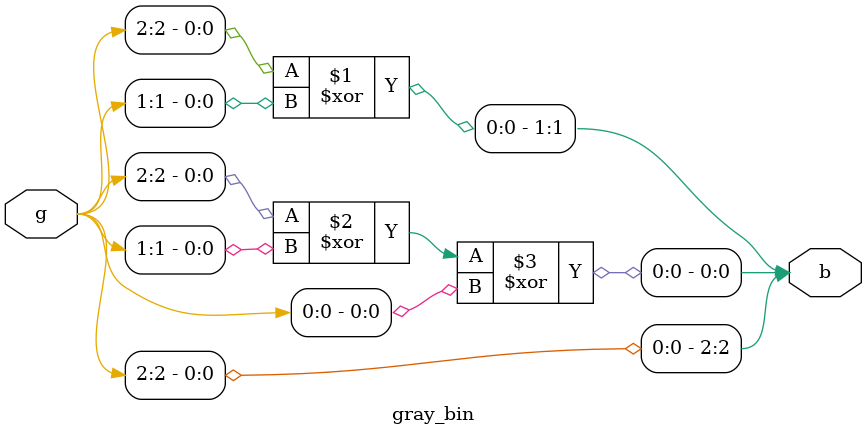
<source format=v>
`timescale 1ns / 1ps
module gray_bin(g,b);
    input [2:0] g;
    output [2:0] b;
	 assign b[2]=g[2];
	 assign b[1]=g[2]^g[1];
	 assign b[0]=g[2]^g[1]^g[0];

endmodule

</source>
